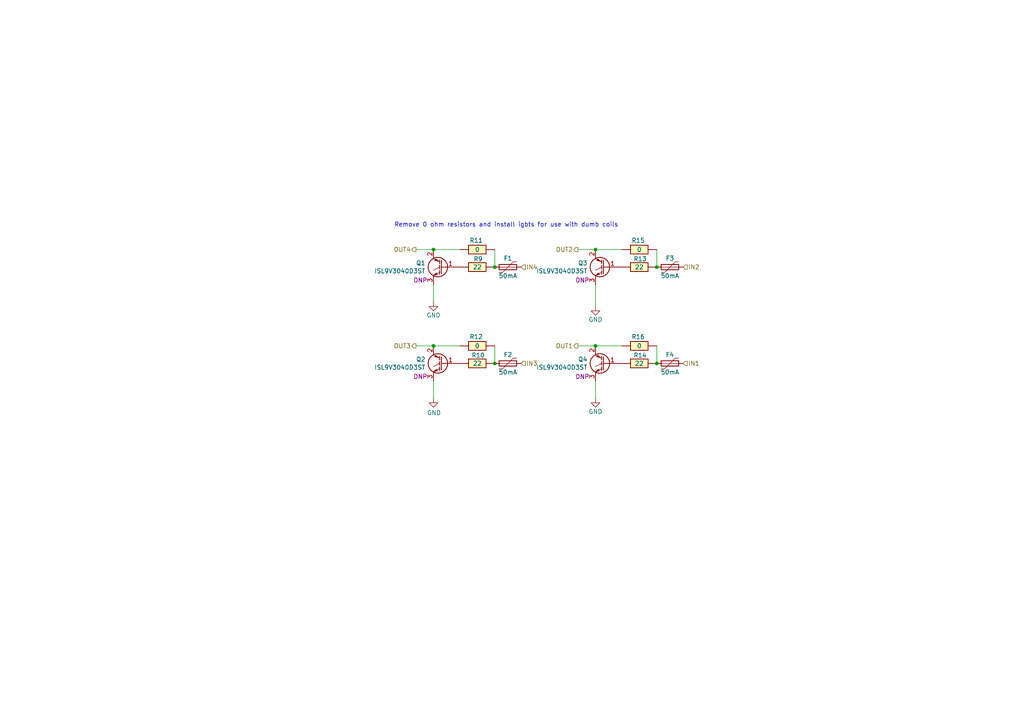
<source format=kicad_sch>
(kicad_sch (version 20231120) (generator "eeschema") (generator_version "8.0")
  (paper "A4")
  (lib_symbols
    (symbol "Device:Polyfuse" (pin_numbers hide) (pin_names (offset 0))
      (property "Reference" "F" (at -2.54 0 90))
      (property "Value" "Polyfuse" (at 2.54 0 90))
      (symbol "Polyfuse_0_1"
        (rectangle (start -0.762 2.54) (end 0.762 -2.54) (stroke (width 0.254)))
        (polyline (pts (xy 0 2.54) (xy 0 -2.54)))
        (polyline (pts (xy -1.524 2.54) (xy -1.524 1.524) (xy 1.524 -1.524) (xy 1.524 -2.54)))
      )
      (symbol "Polyfuse_1_1"
        (pin passive line (at 0 3.81 270) (length 1.27) (name "~") (number "1"))
        (pin passive line (at 0 -3.81 90) (length 1.27) (name "~") (number "2"))
      )
    )
    (symbol "Device:Q_NIGBT_GCE" (pin_names (offset 0) hide)
      (property "Reference" "Q" (at 5.08 1.27 0))
      (property "Value" "Q_NIGBT_GCE" (at 5.08 -1.27 0))
      (symbol "Q_NIGBT_GCE_0_1"
        (polyline (pts (xy 0.762 -1.016) (xy 0.762 -2.032)) (stroke (width 0.254)))
        (polyline (pts (xy 0.762 0.508) (xy 0.762 -0.508)) (stroke (width 0.254)))
        (polyline (pts (xy 0.762 2.032) (xy 0.762 1.016)) (stroke (width 0.254)))
        (polyline (pts (xy 2.54 -2.413) (xy 0.762 -1.524)))
        (polyline (pts (xy 2.54 -0.889) (xy 0.762 0)))
        (polyline (pts (xy 2.54 2.413) (xy 0.762 1.524)))
        (polyline (pts (xy 0.254 1.905) (xy 0.254 -1.905) (xy 0.254 -1.905)) (stroke (width 0.254)))
        (polyline (pts (xy 1.397 -2.159) (xy 1.651 -1.651) (xy 2.54 -2.413) (xy 1.397 -2.159)) (fill (type outline)))
        (polyline (pts (xy 2.159 1.905) (xy 1.905 2.413) (xy 1.016 1.651) (xy 2.159 1.905)) (fill (type outline)))
        (circle (center 1.27 0) (radius 2.8194) (stroke (width 0.254)))
      )
      (symbol "Q_NIGBT_GCE_1_1"
        (pin input line (at -5.08 0 0) (length 5.334) (name "G") (number "1"))
        (pin passive line (at 2.54 5.08 270) (length 2.54) (name "C") (number "2"))
        (pin passive line (at 2.54 -5.08 90) (length 2.54) (name "E") (number "3"))
      )
    )
    (symbol "hellen-one-common:Res" (pin_numbers hide)
      (property "Reference" "R" (at 3.81 2.54 0))
      (property "Value" "Res" (at 5.08 -2.54 0))
      (symbol "Res_1_0"
        (rectangle (start 2.54 -1.27) (end 7.62 1.27) (stroke (width 0.254)) (fill (type background)))
        (pin passive line (at 0 0 0) (length 2.54) (name "") (number "1"))
        (pin passive line (at 10.16 0 180) (length 2.54) (name "") (number "2"))
      )
    )
    (symbol "power:GND" (power) (pin_numbers hide) (pin_names (offset 0) hide)
      (property "Value" "GND" (at 0 -3.81 0))
      (symbol "GND_0_1"
        (polyline (pts (xy 0 0) (xy 0 -1.27) (xy 1.27 -1.27) (xy 0 -2.54) (xy -1.27 -1.27) (xy 0 -1.27)))
      )
      (symbol "GND_1_1"
        (pin power_in line (at 0 0 270) (length 0) (name "~") (number "1"))
      )
    )
  )
  (junction (at 190.5 77.47))
  (junction (at 125.73 72.39))
  (junction (at 125.73 100.33))
  (junction (at 143.51 105.41))
  (junction (at 172.72 100.33))
  (junction (at 172.72 72.39))
  (junction (at 190.5 105.41))
  (junction (at 143.51 77.47))
  (wire (pts (xy 172.72 72.39) (xy 180.34 72.39)))
  (wire (pts (xy 120.65 72.39) (xy 125.73 72.39)))
  (wire (pts (xy 125.73 110.49) (xy 125.73 115.57)))
  (wire (pts (xy 167.64 72.39) (xy 172.72 72.39)))
  (wire (pts (xy 172.72 82.55) (xy 172.72 88.9)))
  (wire (pts (xy 190.5 100.33) (xy 190.5 105.41)))
  (wire (pts (xy 143.51 100.33) (xy 143.51 105.41)))
  (wire (pts (xy 190.5 72.39) (xy 190.5 77.47)))
  (wire (pts (xy 143.51 72.39) (xy 143.51 77.47)))
  (wire (pts (xy 120.65 100.33) (xy 125.73 100.33)))
  (wire (pts (xy 172.72 100.33) (xy 180.34 100.33)))
  (wire (pts (xy 167.64 100.33) (xy 172.72 100.33)))
  (wire (pts (xy 172.72 110.49) (xy 172.72 115.57)))
  (wire (pts (xy 125.73 82.55) (xy 125.73 87.63)))
  (wire (pts (xy 125.73 100.33) (xy 133.35 100.33)))
  (wire (pts (xy 125.73 72.39) (xy 133.35 72.39)))
  (text "Remove 0 ohm resistors and install igbts for use with dumb coils" (at 114.3 66.04 0) (effects (font (size 1.27 1.27)) (justify left bottom)))
  (hierarchical_label "OUT4" (shape output) (at 120.65 72.39 180))
  (hierarchical_label "IN1" (shape input) (at 198.12 105.41 0))
  (hierarchical_label "OUT1" (shape output) (at 167.64 100.33 180))
  (hierarchical_label "IN4" (shape input) (at 151.13 77.47 0))
  (hierarchical_label "IN3" (shape input) (at 151.13 105.41 0))
  (hierarchical_label "OUT3" (shape output) (at 120.65 100.33 180))
  (hierarchical_label "OUT2" (shape output) (at 167.64 72.39 180))
  (hierarchical_label "IN2" (shape input) (at 198.12 77.47 0))
  (symbol (lib_id "Device:Q_NIGBT_GCE") (at 175.26 77.47 0) (mirror y) (unit 1)
    (property "Reference" "Q3" (at 170.4086 76.3016 0) (effects (justify left)))
    (property "Value" "ISL9V3040D3ST" (at 170.4086 78.613 0) (effects (justify left)))
    (property "Footprint" "Package_TO_SOT_SMD:TO-252-2" (effects (hide yes)))
    (property "MyComment" "DNP" (at 168.91 81.28 0))
  )
  (symbol (lib_id "hellen-one-common:Res") (at 180.34 105.41 0) (mirror x) (unit 1)
    (property "Reference" "R14" (at 185.662 103.0618 0))
    (property "Value" "22" (at 185.42 105.41 0))
    (property "Footprint" "footprints:R0603" (effects (hide yes)))
    (property "LCSC" "C23345" (effects (hide yes)))
  )
  (symbol (lib_id "Device:Polyfuse") (at 147.32 77.47 90) (unit 1)
    (property "Reference" "F1" (at 147.32 74.93 90))
    (property "Value" "50mA" (at 147.32 80.01 90))
    (property "Footprint" "Fuse:Fuse_0603_1608Metric" (effects (hide yes)))
    (property "LCSC" "C369141" (effects (hide yes)))
  )
  (symbol (lib_id "power:GND") (at 172.72 88.9 0) (unit 1)
    (property "Reference" "#PWR19" (effects (hide yes)))
    (property "Value" "GND" (at 172.72 92.71 0))
    (property "Description" "Power symbol creates a global label with name \"GND\" , ground" (effects (hide yes)))
  )
  (symbol (lib_id "power:GND") (at 172.72 115.57 0) (unit 1)
    (property "Reference" "#PWR20" (effects (hide yes)))
    (property "Value" "GND" (at 172.72 119.38 0))
    (property "Description" "Power symbol creates a global label with name \"GND\" , ground" (effects (hide yes)))
  )
  (symbol (lib_id "power:GND") (at 125.73 87.63 0) (unit 1)
    (property "Reference" "#PWR17" (effects (hide yes)))
    (property "Value" "GND" (at 125.73 91.44 0))
    (property "Description" "Power symbol creates a global label with name \"GND\" , ground" (effects (hide yes)))
  )
  (symbol (lib_id "hellen-one-common:Res") (at 143.51 72.39 0) (mirror y) (unit 1)
    (property "Reference" "R11" (at 138.1096 69.7453 0))
    (property "Value" "0" (at 138.43 72.39 0))
    (property "Footprint" "Resistor_SMD:R_2512_6332Metric" (effects (hide yes)))
    (property "LCSC" "C25469" (effects (hide yes)))
  )
  (symbol (lib_id "hellen-one-common:Res") (at 180.34 77.47 0) (mirror x) (unit 1)
    (property "Reference" "R13" (at 185.662 75.1218 0))
    (property "Value" "22" (at 185.42 77.47 0))
    (property "Footprint" "footprints:R0603" (effects (hide yes)))
    (property "LCSC" "C23345" (effects (hide yes)))
  )
  (symbol (lib_id "hellen-one-common:Res") (at 190.5 100.33 0) (mirror y) (unit 1)
    (property "Reference" "R16" (at 185.0996 97.6853 0))
    (property "Value" "0" (at 185.42 100.33 0))
    (property "Footprint" "Resistor_SMD:R_2512_6332Metric" (effects (hide yes)))
    (property "LCSC" "C25469" (effects (hide yes)))
  )
  (symbol (lib_id "hellen-one-common:Res") (at 143.51 100.33 0) (mirror y) (unit 1)
    (property "Reference" "R12" (at 138.1096 97.6853 0))
    (property "Value" "0" (at 138.43 100.33 0))
    (property "Footprint" "Resistor_SMD:R_2512_6332Metric" (effects (hide yes)))
    (property "LCSC" "C25469" (effects (hide yes)))
  )
  (symbol (lib_id "Device:Q_NIGBT_GCE") (at 128.27 105.41 0) (mirror y) (unit 1)
    (property "Reference" "Q2" (at 123.4186 104.2416 0) (effects (justify left)))
    (property "Value" "ISL9V3040D3ST" (at 123.4186 106.553 0) (effects (justify left)))
    (property "Footprint" "Package_TO_SOT_SMD:TO-252-2" (effects (hide yes)))
    (property "MyComment" "DNP" (at 121.92 109.22 0))
  )
  (symbol (lib_id "hellen-one-common:Res") (at 133.35 77.47 0) (mirror x) (unit 1)
    (property "Reference" "R9" (at 138.672 75.1218 0))
    (property "Value" "22" (at 138.43 77.47 0))
    (property "Footprint" "footprints:R0603" (effects (hide yes)))
    (property "LCSC" "C23345" (effects (hide yes)))
  )
  (symbol (lib_id "Device:Q_NIGBT_GCE") (at 128.27 77.47 0) (mirror y) (unit 1)
    (property "Reference" "Q1" (at 123.4186 76.3016 0) (effects (justify left)))
    (property "Value" "ISL9V3040D3ST" (at 123.4186 78.613 0) (effects (justify left)))
    (property "Footprint" "Package_TO_SOT_SMD:TO-252-2" (effects (hide yes)))
    (property "MyComment" "DNP" (at 121.92 81.28 0))
  )
  (symbol (lib_id "Device:Polyfuse") (at 194.31 77.47 90) (unit 1)
    (property "Reference" "F3" (at 194.31 74.93 90))
    (property "Value" "50mA" (at 194.31 80.01 90))
    (property "Footprint" "Fuse:Fuse_0603_1608Metric" (effects (hide yes)))
    (property "LCSC" "C369141" (effects (hide yes)))
  )
  (symbol (lib_id "Device:Polyfuse") (at 194.31 105.41 90) (unit 1)
    (property "Reference" "F4" (at 194.31 102.87 90))
    (property "Value" "50mA" (at 194.31 107.95 90))
    (property "Footprint" "Fuse:Fuse_0603_1608Metric" (effects (hide yes)))
    (property "LCSC" "C369141" (effects (hide yes)))
  )
  (symbol (lib_id "Device:Polyfuse") (at 147.32 105.41 90) (unit 1)
    (property "Reference" "F2" (at 147.32 102.87 90))
    (property "Value" "50mA" (at 147.32 107.95 90))
    (property "Footprint" "Fuse:Fuse_0603_1608Metric" (effects (hide yes)))
    (property "LCSC" "C369141" (effects (hide yes)))
  )
  (symbol (lib_id "hellen-one-common:Res") (at 133.35 105.41 0) (mirror x) (unit 1)
    (property "Reference" "R10" (at 138.672 103.0618 0))
    (property "Value" "22" (at 138.43 105.41 0))
    (property "Footprint" "footprints:R0603" (effects (hide yes)))
    (property "LCSC" "C23345" (effects (hide yes)))
  )
  (symbol (lib_id "power:GND") (at 125.73 115.57 0) (unit 1)
    (property "Reference" "#PWR18" (effects (hide yes)))
    (property "Value" "GND" (at 125.8794 119.741 0))
    (property "Description" "Power symbol creates a global label with name \"GND\" , ground" (effects (hide yes)))
  )
  (symbol (lib_id "Device:Q_NIGBT_GCE") (at 175.26 105.41 0) (mirror y) (unit 1)
    (property "Reference" "Q4" (at 170.4086 104.2416 0) (effects (justify left)))
    (property "Value" "ISL9V3040D3ST" (at 170.4086 106.553 0) (effects (justify left)))
    (property "Footprint" "Package_TO_SOT_SMD:TO-252-2" (effects (hide yes)))
    (property "MyComment" "DNP" (at 168.91 109.22 0))
  )
  (symbol (lib_id "hellen-one-common:Res") (at 190.5 72.39 0) (mirror y) (unit 1)
    (property "Reference" "R15" (at 185.0996 69.7453 0))
    (property "Value" "0" (at 185.42 72.39 0))
    (property "Footprint" "Resistor_SMD:R_2512_6332Metric" (effects (hide yes)))
    (property "LCSC" "C25469" (effects (hide yes)))
  )
)
</source>
